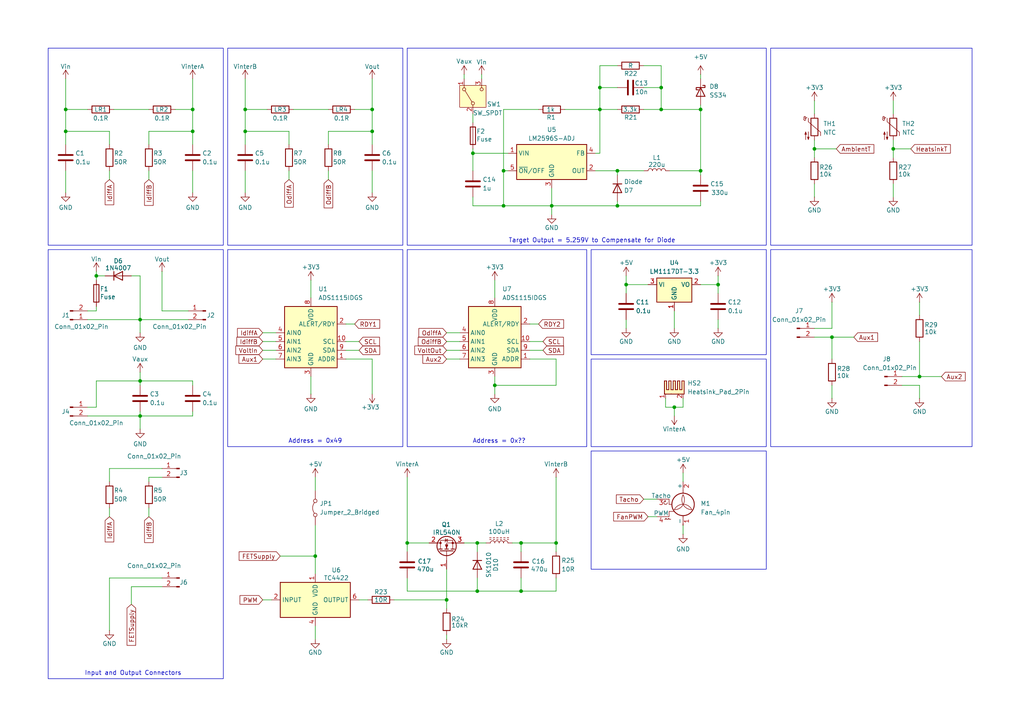
<source format=kicad_sch>
(kicad_sch (version 20250114) (generator "eeschema") (generator_version "9.0")
  (paper "A4")
  (title_block (comment 1 "Capacitor Ratings Need to be >50V for HVDC"))
  (rectangle (start 118.11 72.39) (end 170.18 129.54))
  (rectangle (start 171.45 130.81) (end 222.25 165.1))
  (rectangle (start 118.11 13.97) (end 222.25 71.12))
  (rectangle (start 66.04 72.39) (end 116.84 129.54))
  (rectangle (start 171.45 104.14) (end 222.25 129.54))
  (rectangle (start 13.97 72.39) (end 64.77 196.85))
  (rectangle (start -38.1 130.81) (end -142.24 196.85))
  (rectangle (start 223.52 72.39) (end 281.94 129.54))
  (rectangle (start 13.97 13.97) (end 64.77 71.12))
  (rectangle (start 66.04 13.97) (end 116.84 71.12))
  (rectangle (start 223.52 13.97) (end 281.94 71.12))
  (rectangle (start 171.45 72.39) (end 222.25 102.87))
  (text "Address = 0x49" (at 91.44 128.016 0) (effects (font (size 1.27 1.27))))
  (text "Address = 0x??" (at 144.78 128.016 0) (effects (font (size 1.27 1.27))))
  (text "Input and Output Connectors" (at 38.608 195.326 0) (effects (font (size 1.27 1.27))))
  (text "Target Output = 5.259 V to Compensate for Diode" (at 171.704 69.85 0) (effects (font (size 1.27 1.27))))
  (junction (at 203.2 49.53))
  (junction (at 259.08 43.18))
  (junction (at 160.02 59.69))
  (junction (at 40.64 92.71))
  (junction (at 137.16 44.45))
  (junction (at 40.64 110.49))
  (junction (at 138.43 157.48))
  (junction (at 138.43 171.45))
  (junction (at 151.13 157.48))
  (junction (at 91.44 161.29))
  (junction (at 55.88 31.75))
  (junction (at 19.05 38.1))
  (junction (at 266.7 109.22))
  (junction (at 19.05 31.75))
  (junction (at 151.13 171.45))
  (junction (at 129.54 173.99))
  (junction (at 118.11 157.48))
  (junction (at 71.12 38.1))
  (junction (at 161.29 157.48))
  (junction (at 146.05 49.53))
  (junction (at 173.99 31.75))
  (junction (at 179.07 59.69))
  (junction (at 236.22 43.18))
  (junction (at 203.2 31.75))
  (junction (at 27.94 80.01))
  (junction (at 241.3 97.79))
  (junction (at 179.07 49.53))
  (junction (at 208.28 82.55))
  (junction (at 143.51 111.76))
  (junction (at 40.64 120.65))
  (junction (at 195.58 118.11))
  (junction (at 107.95 31.75))
  (junction (at 55.88 38.1))
  (junction (at 173.99 25.4))
  (junction (at 191.77 25.4))
  (junction (at 181.61 82.55))
  (junction (at 191.77 31.75))
  (junction (at 146.05 59.69))
  (junction (at 71.12 31.75))
  (junction (at 107.95 38.1))
  (wire (pts (xy 137.16 33.02) (xy 137.16 35.56)))
  (wire (pts (xy 40.64 120.65) (xy 55.88 120.65)))
  (wire (pts (xy 107.95 38.1) (xy 107.95 41.91)))
  (wire (pts (xy 151.13 171.45) (xy 161.29 171.45)))
  (wire (pts (xy 40.64 107.95) (xy 40.64 110.49)))
  (wire (pts (xy 153.67 93.98) (xy 156.21 93.98)))
  (wire (pts (xy 139.7 21.59) (xy 139.7 22.86)))
  (wire (pts (xy 208.28 82.55) (xy 208.28 85.09)))
  (wire (pts (xy 181.61 80.01) (xy 181.61 82.55)))
  (wire (pts (xy 76.2 104.14) (xy 80.01 104.14)))
  (wire (pts (xy 236.22 97.79) (xy 241.3 97.79)))
  (wire (pts (xy 38.1 170.18) (xy 38.1 175.26)))
  (wire (pts (xy 100.33 101.6) (xy 104.14 101.6)))
  (wire (pts (xy 31.75 167.64) (xy 31.75 182.88)))
  (wire (pts (xy 266.7 99.06) (xy 266.7 109.22)))
  (wire (pts (xy 76.2 99.06) (xy 80.01 99.06)))
  (wire (pts (xy 25.4 92.71) (xy 40.64 92.71)))
  (wire (pts (xy 19.05 49.53) (xy 19.05 55.88)))
  (wire (pts (xy 31.75 147.32) (xy 31.75 149.86)))
  (wire (pts (xy 118.11 171.45) (xy 138.43 171.45)))
  (wire (pts (xy 138.43 157.48) (xy 138.43 160.02)))
  (wire (pts (xy 138.43 171.45) (xy 151.13 171.45)))
  (wire (pts (xy 27.94 80.01) (xy 30.48 80.01)))
  (wire (pts (xy 129.54 184.15) (xy 129.54 185.42)))
  (wire (pts (xy 91.44 152.4) (xy 91.44 161.29)))
  (wire (pts (xy 191.77 19.05) (xy 191.77 25.4)))
  (wire (pts (xy 55.88 119.38) (xy 55.88 120.65)))
  (wire (pts (xy 134.62 157.48) (xy 138.43 157.48)))
  (wire (pts (xy 198.12 118.11) (xy 195.58 118.11)))
  (wire (pts (xy 193.04 118.11) (xy 195.58 118.11)))
  (wire (pts (xy 161.29 104.14) (xy 161.29 111.76)))
  (wire (pts (xy 91.44 185.42) (xy 91.44 181.61)))
  (wire (pts (xy 43.18 41.91) (xy 43.18 38.1)))
  (wire (pts (xy 173.99 25.4) (xy 173.99 31.75)))
  (wire (pts (xy 27.94 78.74) (xy 27.94 80.01)))
  (wire (pts (xy 163.83 31.75) (xy 173.99 31.75)))
  (wire (pts (xy 172.72 44.45) (xy 173.99 44.45)))
  (wire (pts (xy 236.22 43.18) (xy 242.57 43.18)))
  (wire (pts (xy 203.2 31.75) (xy 203.2 49.53)))
  (wire (pts (xy 31.75 135.89) (xy 31.75 139.7)))
  (wire (pts (xy 40.64 80.01) (xy 40.64 92.71)))
  (wire (pts (xy 181.61 82.55) (xy 181.61 85.09)))
  (wire (pts (xy 43.18 147.32) (xy 43.18 149.86)))
  (wire (pts (xy 71.12 38.1) (xy 71.12 41.91)))
  (wire (pts (xy 241.3 97.79) (xy 241.3 104.14)))
  (wire (pts (xy 55.88 49.53) (xy 55.88 55.88)))
  (wire (pts (xy 55.88 38.1) (xy 55.88 41.91)))
  (wire (pts (xy 71.12 49.53) (xy 71.12 55.88)))
  (wire (pts (xy 259.08 43.18) (xy 259.08 45.72)))
  (wire (pts (xy 138.43 157.48) (xy 140.97 157.48)))
  (wire (pts (xy 76.2 96.52) (xy 80.01 96.52)))
  (wire (pts (xy 27.94 88.9) (xy 27.94 90.17)))
  (wire (pts (xy 137.16 59.69) (xy 146.05 59.69)))
  (wire (pts (xy 203.2 21.59) (xy 203.2 22.86)))
  (wire (pts (xy 236.22 95.25) (xy 241.3 95.25)))
  (wire (pts (xy 91.44 138.43) (xy 91.44 142.24)))
  (wire (pts (xy 153.67 99.06) (xy 157.48 99.06)))
  (wire (pts (xy 179.07 49.53) (xy 172.72 49.53)))
  (wire (pts (xy 147.32 49.53) (xy 146.05 49.53)))
  (wire (pts (xy 91.44 161.29) (xy 91.44 166.37)))
  (wire (pts (xy 81.28 161.29) (xy 91.44 161.29)))
  (wire (pts (xy 55.88 31.75) (xy 55.88 38.1)))
  (wire (pts (xy 40.64 110.49) (xy 55.88 110.49)))
  (wire (pts (xy 90.17 81.28) (xy 90.17 86.36)))
  (wire (pts (xy 195.58 118.11) (xy 195.58 120.65)))
  (wire (pts (xy 241.3 97.79) (xy 247.65 97.79)))
  (wire (pts (xy 181.61 92.71) (xy 181.61 95.25)))
  (wire (pts (xy 71.12 31.75) (xy 71.12 38.1)))
  (wire (pts (xy 151.13 157.48) (xy 161.29 157.48)))
  (wire (pts (xy 241.3 87.63) (xy 241.3 95.25)))
  (wire (pts (xy 25.4 118.11) (xy 27.94 118.11)))
  (wire (pts (xy 55.88 22.86) (xy 55.88 31.75)))
  (wire (pts (xy 194.31 49.53) (xy 203.2 49.53)))
  (wire (pts (xy 19.05 31.75) (xy 19.05 38.1)))
  (wire (pts (xy 203.2 49.53) (xy 203.2 50.8)))
  (wire (pts (xy 95.25 41.91) (xy 95.25 38.1)))
  (wire (pts (xy 193.04 115.57) (xy 193.04 118.11)))
  (wire (pts (xy 50.8 31.75) (xy 55.88 31.75)))
  (wire (pts (xy 259.08 53.34) (xy 259.08 57.15)))
  (wire (pts (xy 19.05 38.1) (xy 31.75 38.1)))
  (wire (pts (xy 179.07 49.53) (xy 179.07 50.8)))
  (wire (pts (xy 173.99 31.75) (xy 179.07 31.75)))
  (wire (pts (xy 134.62 21.59) (xy 134.62 22.86)))
  (wire (pts (xy 102.87 31.75) (xy 107.95 31.75)))
  (wire (pts (xy 198.12 115.57) (xy 198.12 118.11)))
  (wire (pts (xy 187.96 149.86) (xy 190.5 149.86)))
  (wire (pts (xy 85.09 31.75) (xy 95.25 31.75)))
  (wire (pts (xy 46.99 170.18) (xy 38.1 170.18)))
  (wire (pts (xy 191.77 25.4) (xy 191.77 31.75)))
  (wire (pts (xy 259.08 29.21) (xy 259.08 33.02)))
  (wire (pts (xy 156.21 31.75) (xy 146.05 31.75)))
  (wire (pts (xy 186.69 25.4) (xy 191.77 25.4)))
  (wire (pts (xy 25.4 90.17) (xy 27.94 90.17)))
  (wire (pts (xy 77.47 31.75) (xy 71.12 31.75)))
  (wire (pts (xy 161.29 167.64) (xy 161.29 171.45)))
  (wire (pts (xy 33.02 31.75) (xy 43.18 31.75)))
  (wire (pts (xy 43.18 138.43) (xy 43.18 139.7)))
  (wire (pts (xy 203.2 30.48) (xy 203.2 31.75)))
  (wire (pts (xy 71.12 38.1) (xy 83.82 38.1)))
  (wire (pts (xy 203.2 82.55) (xy 208.28 82.55)))
  (wire (pts (xy 46.99 90.17) (xy 54.61 90.17)))
  (wire (pts (xy 40.64 96.52) (xy 40.64 92.71)))
  (wire (pts (xy 160.02 59.69) (xy 179.07 59.69)))
  (wire (pts (xy 76.2 173.99) (xy 78.74 173.99)))
  (wire (pts (xy 43.18 38.1) (xy 55.88 38.1)))
  (wire (pts (xy 83.82 49.53) (xy 83.82 52.07)))
  (wire (pts (xy 55.88 111.76) (xy 55.88 110.49)))
  (wire (pts (xy 31.75 38.1) (xy 31.75 41.91)))
  (wire (pts (xy 137.16 57.15) (xy 137.16 59.69)))
  (wire (pts (xy 146.05 49.53) (xy 146.05 59.69)))
  (wire (pts (xy 27.94 118.11) (xy 27.94 110.49)))
  (wire (pts (xy 161.29 138.43) (xy 161.29 157.48)))
  (wire (pts (xy 40.64 110.49) (xy 40.64 111.76)))
  (wire (pts (xy 40.64 120.65) (xy 40.64 124.46)))
  (wire (pts (xy 27.94 110.49) (xy 40.64 110.49)))
  (wire (pts (xy 203.2 31.75) (xy 191.77 31.75)))
  (wire (pts (xy 160.02 54.61) (xy 160.02 59.69)))
  (wire (pts (xy 236.22 40.64) (xy 236.22 43.18)))
  (wire (pts (xy 151.13 157.48) (xy 151.13 160.02)))
  (wire (pts (xy 118.11 138.43) (xy 118.11 157.48)))
  (wire (pts (xy 83.82 38.1) (xy 83.82 41.91)))
  (wire (pts (xy 90.17 109.22) (xy 90.17 114.3)))
  (wire (pts (xy 186.69 31.75) (xy 191.77 31.75)))
  (wire (pts (xy 46.99 78.74) (xy 46.99 90.17)))
  (wire (pts (xy 43.18 49.53) (xy 43.18 52.07)))
  (wire (pts (xy 114.3 173.99) (xy 129.54 173.99)))
  (wire (pts (xy 236.22 53.34) (xy 236.22 57.15)))
  (wire (pts (xy 107.95 49.53) (xy 107.95 55.88)))
  (wire (pts (xy 259.08 40.64) (xy 259.08 43.18)))
  (wire (pts (xy 137.16 44.45) (xy 137.16 49.53)))
  (wire (pts (xy 129.54 101.6) (xy 133.35 101.6)))
  (wire (pts (xy 76.2 101.6) (xy 80.01 101.6)))
  (wire (pts (xy 107.95 31.75) (xy 107.95 38.1)))
  (wire (pts (xy 25.4 31.75) (xy 19.05 31.75)))
  (wire (pts (xy 147.32 44.45) (xy 137.16 44.45)))
  (wire (pts (xy 40.64 119.38) (xy 40.64 120.65)))
  (wire (pts (xy 261.62 111.76) (xy 266.7 111.76)))
  (wire (pts (xy 100.33 93.98) (xy 102.87 93.98)))
  (wire (pts (xy 173.99 25.4) (xy 179.07 25.4)))
  (wire (pts (xy 261.62 109.22) (xy 266.7 109.22)))
  (wire (pts (xy 71.12 22.86) (xy 71.12 31.75)))
  (wire (pts (xy 161.29 157.48) (xy 161.29 160.02)))
  (wire (pts (xy 146.05 31.75) (xy 146.05 49.53)))
  (wire (pts (xy 161.29 104.14) (xy 153.67 104.14)))
  (wire (pts (xy 31.75 49.53) (xy 31.75 52.07)))
  (wire (pts (xy 146.05 59.69) (xy 160.02 59.69)))
  (wire (pts (xy 46.99 138.43) (xy 43.18 138.43)))
  (wire (pts (xy 100.33 99.06) (xy 104.14 99.06)))
  (wire (pts (xy 179.07 59.69) (xy 203.2 59.69)))
  (wire (pts (xy 95.25 49.53) (xy 95.25 52.07)))
  (wire (pts (xy 266.7 111.76) (xy 266.7 115.57)))
  (wire (pts (xy 107.95 114.3) (xy 107.95 104.14)))
  (wire (pts (xy 208.28 80.01) (xy 208.28 82.55)))
  (wire (pts (xy 179.07 19.05) (xy 173.99 19.05)))
  (wire (pts (xy 107.95 104.14) (xy 100.33 104.14)))
  (wire (pts (xy 236.22 43.18) (xy 236.22 45.72)))
  (wire (pts (xy 107.95 22.86) (xy 107.95 31.75)))
  (wire (pts (xy 129.54 173.99) (xy 129.54 165.1)))
  (wire (pts (xy 203.2 58.42) (xy 203.2 59.69)))
  (wire (pts (xy 129.54 99.06) (xy 133.35 99.06)))
  (wire (pts (xy 259.08 43.18) (xy 264.16 43.18)))
  (wire (pts (xy 27.94 80.01) (xy 27.94 81.28)))
  (wire (pts (xy 266.7 87.63) (xy 266.7 91.44)))
  (wire (pts (xy 19.05 22.86) (xy 19.05 31.75)))
  (wire (pts (xy 19.05 38.1) (xy 19.05 41.91)))
  (wire (pts (xy 241.3 111.76) (xy 241.3 115.57)))
  (wire (pts (xy 143.51 111.76) (xy 143.51 114.3)))
  (wire (pts (xy 40.64 92.71) (xy 54.61 92.71)))
  (wire (pts (xy 138.43 167.64) (xy 138.43 171.45)))
  (wire (pts (xy 38.1 80.01) (xy 40.64 80.01)))
  (wire (pts (xy 198.12 152.4) (xy 198.12 154.94)))
  (wire (pts (xy 181.61 82.55) (xy 187.96 82.55)))
  (wire (pts (xy 186.69 49.53) (xy 179.07 49.53)))
  (wire (pts (xy 195.58 90.17) (xy 195.58 95.25)))
  (wire (pts (xy 153.67 101.6) (xy 157.48 101.6)))
  (wire (pts (xy 104.14 173.99) (xy 106.68 173.99)))
  (wire (pts (xy 208.28 92.71) (xy 208.28 95.25)))
  (wire (pts (xy 143.51 81.28) (xy 143.51 86.36)))
  (wire (pts (xy 129.54 173.99) (xy 129.54 176.53)))
  (wire (pts (xy 173.99 19.05) (xy 173.99 25.4)))
  (wire (pts (xy 137.16 43.18) (xy 137.16 44.45)))
  (wire (pts (xy 143.51 109.22) (xy 143.51 111.76)))
  (wire (pts (xy 151.13 167.64) (xy 151.13 171.45)))
  (wire (pts (xy 118.11 157.48) (xy 124.46 157.48)))
  (wire (pts (xy 118.11 167.64) (xy 118.11 171.45)))
  (wire (pts (xy 148.59 157.48) (xy 151.13 157.48)))
  (wire (pts (xy 173.99 44.45) (xy 173.99 31.75)))
  (wire (pts (xy 129.54 104.14) (xy 133.35 104.14)))
  (wire (pts (xy 198.12 139.7) (xy 198.12 137.16)))
  (wire (pts (xy 46.99 135.89) (xy 31.75 135.89)))
  (wire (pts (xy 25.4 120.65) (xy 40.64 120.65)))
  (wire (pts (xy 160.02 59.69) (xy 160.02 62.23)))
  (wire (pts (xy 95.25 38.1) (xy 107.95 38.1)))
  (wire (pts (xy 118.11 157.48) (xy 118.11 160.02)))
  (wire (pts (xy 186.69 19.05) (xy 191.77 19.05)))
  (wire (pts (xy 186.69 144.78) (xy 190.5 144.78)))
  (wire (pts (xy 179.07 58.42) (xy 179.07 59.69)))
  (wire (pts (xy 161.29 111.76) (xy 143.51 111.76)))
  (wire (pts (xy 266.7 109.22) (xy 273.05 109.22)))
  (wire (pts (xy 236.22 29.21) (xy 236.22 33.02)))
  (wire (pts (xy 46.99 167.64) (xy 31.75 167.64)))
  (wire (pts (xy 129.54 96.52) (xy 133.35 96.52)))
  (global_label "Aux2" (shape input) (at 273.05 109.22 0) (property "Intersheetrefs" "${INTERSHEET_REFS}" (effects (hide yes))))
  (global_label "IdiffB" (shape input) (at 43.18 52.07 270) (property "Intersheetrefs" "${INTERSHEET_REFS}" (effects (hide yes))))
  (global_label "AmbientT" (shape input) (at 242.57 43.18 0) (property "Intersheetrefs" "${INTERSHEET_REFS}" (effects (hide yes))))
  (global_label "RDY2" (shape input) (at 156.21 93.98 0) (property "Intersheetrefs" "${INTERSHEET_REFS}" (effects (hide yes))))
  (global_label "IdiffB" (shape input) (at 43.18 149.86 270) (property "Intersheetrefs" "${INTERSHEET_REFS}" (effects (hide yes))))
  (global_label "OdiffB" (shape input) (at 95.25 52.07 270) (property "Intersheetrefs" "${INTERSHEET_REFS}" (effects (hide yes))))
  (global_label "Aux1" (shape input) (at 76.2 104.14 180) (property "Intersheetrefs" "${INTERSHEET_REFS}" (effects (hide yes))))
  (global_label "FETSupply" (shape input) (at 38.1 175.26 270) (property "Intersheetrefs" "${INTERSHEET_REFS}" (effects (hide yes))))
  (global_label "SDA" (shape input) (at 104.14 101.6 0) (property "Intersheetrefs" "${INTERSHEET_REFS}" (effects (hide yes))))
  (global_label "SCL" (shape input) (at 157.48 99.06 0) (property "Intersheetrefs" "${INTERSHEET_REFS}" (effects (hide yes))))
  (global_label "Tacho" (shape input) (at 186.69 144.78 180) (property "Intersheetrefs" "${INTERSHEET_REFS}" (effects (hide yes))))
  (global_label "Aux2" (shape input) (at 129.54 104.14 180) (property "Intersheetrefs" "${INTERSHEET_REFS}" (effects (hide yes))))
  (global_label "Aux1" (shape input) (at 247.65 97.79 0) (property "Intersheetrefs" "${INTERSHEET_REFS}" (effects (hide yes))))
  (global_label "VoltOut" (shape input) (at 129.54 101.6 180) (property "Intersheetrefs" "${INTERSHEET_REFS}" (effects (hide yes))))
  (global_label "IdiffA" (shape input) (at 31.75 149.86 270) (property "Intersheetrefs" "${INTERSHEET_REFS}" (effects (hide yes))))
  (global_label "FETSupply" (shape input) (at 81.28 161.29 180) (property "Intersheetrefs" "${INTERSHEET_REFS}" (effects (hide yes))))
  (global_label "IdiffB" (shape input) (at 76.2 99.06 180) (property "Intersheetrefs" "${INTERSHEET_REFS}" (effects (hide yes))))
  (global_label "SDA" (shape input) (at 157.48 101.6 0) (property "Intersheetrefs" "${INTERSHEET_REFS}" (effects (hide yes))))
  (global_label "IdiffA" (shape input) (at 76.2 96.52 180) (property "Intersheetrefs" "${INTERSHEET_REFS}" (effects (hide yes))))
  (global_label "HeatsinkT" (shape input) (at 264.16 43.18 0) (property "Intersheetrefs" "${INTERSHEET_REFS}" (effects (hide yes))))
  (global_label "RDY1" (shape input) (at 102.87 93.98 0) (property "Intersheetrefs" "${INTERSHEET_REFS}" (effects (hide yes))))
  (global_label "OdiffA" (shape input) (at 83.82 52.07 270) (property "Intersheetrefs" "${INTERSHEET_REFS}" (effects (hide yes))))
  (global_label "IdiffA" (shape input) (at 31.75 52.07 270) (property "Intersheetrefs" "${INTERSHEET_REFS}" (effects (hide yes))))
  (global_label "OdiffA" (shape input) (at 129.54 96.52 180) (property "Intersheetrefs" "${INTERSHEET_REFS}" (effects (hide yes))))
  (global_label "PWM" (shape input) (at 76.2 173.99 180) (property "Intersheetrefs" "${INTERSHEET_REFS}" (effects (hide yes))))
  (global_label "SCL" (shape input) (at 104.14 99.06 0) (property "Intersheetrefs" "${INTERSHEET_REFS}" (effects (hide yes))))
  (global_label "OdiffB" (shape input) (at 129.54 99.06 180) (property "Intersheetrefs" "${INTERSHEET_REFS}" (effects (hide yes))))
  (global_label "VoltIn" (shape input) (at 76.2 101.6 180) (property "Intersheetrefs" "${INTERSHEET_REFS}" (effects (hide yes))))
  (global_label "FanPWM" (shape input) (at 187.96 149.86 180) (property "Intersheetrefs" "${INTERSHEET_REFS}" (effects (hide yes))))
  (symbol (lib_id "power:+3V3") (at 241.3 87.63 0) (unit 1)
    (property "Reference" "#PWR066" (effects (hide yes)))
    (property "Value" "+3V3" (at 241.3 83.82 0))
  )
  (symbol (lib_id "power:+3V3") (at 236.22 29.21 0) (unit 1)
    (property "Reference" "#PWR062" (effects (hide yes)))
    (property "Value" "+3V3" (at 236.22 25.4 0))
  )
  (symbol (lib_id "power:VAA") (at 19.05 22.86 0) (unit 1)
    (property "Reference" "#PWR01" (effects (hide yes)))
    (property "Value" "Vin" (at 19.05 19.304 0))
    (property "Description" "Power symbol creates a global label with name \"VAA\"" (effects (hide yes)))
  )
  (symbol (lib_id "power:GND") (at 71.12 55.88 0) (unit 1)
    (property "Reference" "#PWR013" (effects (hide yes)))
    (property "Value" "GND" (at 71.12 60.198 0))
    (property "Description" "Power symbol creates a global label with name \"GND\" , ground" (effects (hide yes)))
  )
  (symbol (lib_id "power:VBUS") (at 134.62 21.59 0) (unit 1)
    (property "Reference" "#PWR036" (effects (hide yes)))
    (property "Value" "Vaux" (at 134.62 17.78 0))
    (property "Description" "Power symbol creates a global label with name \"VBUS\"" (effects (hide yes)))
  )
  (symbol (lib_id "Device:L_Ferrite") (at 144.78 157.48 90) (unit 1)
    (property "Reference" "L2" (at 144.78 151.892 90))
    (property "Value" "100uH" (at 144.78 154.178 90))
    (property "Footprint" "Inductor_THT:L_Toroid_Vertical_L25.4mm_W14.7mm_P12.20mm_Vishay_TJ5_BigPads" (effects (hide yes)))
    (property "Description" "Inductor with ferrite core" (effects (hide yes)))
  )
  (symbol (lib_id "Device:R") (at 182.88 31.75 90) (unit 1)
    (property "Reference" "R21" (at 184.912 34.036 90) (effects (justify left)))
    (property "Value" "3.3k" (at 184.912 31.75 90) (effects (justify left)))
    (property "Footprint" "LED_SMD:LED_0805_2012Metric_Pad1.15x1.40mm_HandSolder" (effects (hide yes)))
    (property "Description" "Resistor" (effects (hide yes)))
  )
  (symbol (lib_id "Device:R") (at 31.75 45.72 0) (unit 1)
    (property "Reference" "R2" (at 33.02 44.45 0) (effects (justify left)))
    (property "Value" "50R" (at 33.02 46.99 0) (effects (justify left)))
    (property "Footprint" "Resistor_SMD:R_0603_1608Metric_Pad0.98x0.95mm_HandSolder" (effects (hide yes)))
    (property "Description" "Resistor" (effects (hide yes)))
  )
  (symbol (lib_id "Analog_ADC:ADS1115IDGS") (at 143.51 99.06 0) (unit 1)
    (property "Reference" "U7" (at 145.6533 83.82 0) (effects (justify left)))
    (property "Value" "ADS1115IDGS" (at 145.6533 86.36 0) (effects (justify left)))
    (property "Footprint" "Package_SO:TSSOP-10_3x3mm_P0.5mm" (effects (hide yes)))
    (property "Datasheet" "http://www.ti.com/lit/ds/symlink/ads1113.pdf" (effects (hide yes)))
    (property "Description" "Ultra-Small, Low-Power, I2C-Compatible, 860-SPS, 16-Bit ADCs With Internal Reference, Oscillator, and Programmable Comparator, VSSOP-10" (effects (hide yes)))
  )
  (symbol (lib_id "power:GND") (at 19.05 55.88 0) (unit 1)
    (property "Reference" "#PWR05" (effects (hide yes)))
    (property "Value" "GND" (at 19.05 60.198 0))
    (property "Description" "Power symbol creates a global label with name \"GND\" , ground" (effects (hide yes)))
  )
  (symbol (lib_id "Device:R") (at 81.28 31.75 90) (unit 1)
    (property "Reference" "LR3" (at 81.28 31.75 90))
    (property "Value" "0.1R" (at 81.28 34.29 90))
    (property "Footprint" "Resistor_SMD:R_4020_10251Metric" (effects (hide yes)))
    (property "Description" "Resistor" (effects (hide yes)))
  )
  (symbol (lib_name "+5V_1") (lib_id "power:+5V") (at 91.44 138.43 0) (unit 1)
    (property "Reference" "#PWR051" (effects (hide yes)))
    (property "Value" "+5V" (at 91.44 134.62 0))
    (property "Description" "Power symbol creates a global label with name \"+5V\"" (effects (hide yes)))
  )
  (symbol (lib_id "power:GND") (at 198.12 154.94 0) (unit 1)
    (property "Reference" "#PWR061" (effects (hide yes)))
    (property "Value" "GND" (at 198.12 159.258 0))
    (property "Description" "Power symbol creates a global label with name \"GND\" , ground" (effects (hide yes)))
  )
  (symbol (lib_id "Diode:SS34") (at 203.2 26.67 270) (unit 1)
    (property "Reference" "D8" (at 205.74 25.0824 90) (effects (justify left)))
    (property "Value" "SS34" (at 205.74 27.6224 90) (effects (justify left)))
    (property "Footprint" "Diode_SMD:D_SMA" (effects (hide yes)))
    (property "Datasheet" "https://www.vishay.com/docs/88751/ss32.pdf" (effects (hide yes)))
    (property "Description" "40V 3A Schottky Diode, SMA" (effects (hide yes)))
  )
  (symbol (lib_id "power:GND") (at 195.58 95.25 0) (unit 1)
    (property "Reference" "#PWR045" (effects (hide yes)))
    (property "Value" "GND" (at 195.58 99.06 0))
  )
  (symbol (lib_id "Device:C") (at 203.2 54.61 0) (unit 1)
    (property "Reference" "C15" (at 205.994 53.34 0) (effects (justify left)))
    (property "Value" "330u" (at 206.248 55.88 0) (effects (justify left)))
    (property "Footprint" "Capacitor_SMD:CP_Elec_10x10.5" (effects (hide yes)))
    (property "Description" "Unpolarized capacitor" (effects (hide yes)))
  )
  (symbol (lib_id "power:+3V3") (at 143.51 81.28 0) (unit 1)
    (property "Reference" "#PWR056" (effects (hide yes)))
    (property "Value" "+3V3" (at 143.51 77.47 0))
    (property "Description" "Power symbol creates a global label with name \"+3V3\"" (effects (hide yes)))
  )
  (symbol (lib_id "Motor:Fan_4pin") (at 198.12 147.32 0) (unit 1)
    (property "Reference" "M1" (at 203.2 146.0499 0) (effects (justify left)))
    (property "Value" "Fan_4pin" (at 203.2 148.5899 0) (effects (justify left)))
    (property "Footprint" "Connector:FanPinHeader_1x04_P2.54mm_Vertical" (effects (hide yes)))
    (property "Datasheet" "http://www.formfactors.org/developer%5Cspecs%5Crev1_2_public.pdf" (effects (hide yes)))
    (property "Description" "Fan, tacho output, PWM input, 4-pin connector" (effects (hide yes)))
  )
  (symbol (lib_id "Device:C") (at 19.05 45.72 0) (unit 1)
    (property "Reference" "C1" (at 21.844 44.45 0) (effects (justify left)))
    (property "Value" "0.1u" (at 21.844 46.99 0) (effects (justify left)))
    (property "Footprint" "Capacitor_SMD:C_0603_1608Metric_Pad1.08x0.95mm_HandSolder" (effects (hide yes)))
    (property "Description" "Unpolarized capacitor" (effects (hide yes)))
  )
  (symbol (lib_id "power:VAA") (at 71.12 22.86 0) (unit 1)
    (property "Reference" "#PWR012" (effects (hide yes)))
    (property "Value" "VinterB" (at 71.12 19.304 0))
    (property "Description" "Power symbol creates a global label with name \"VAA\"" (effects (hide yes)))
  )
  (symbol (lib_id "Device:R") (at 236.22 49.53 0) (mirror y) (unit 1)
    (property "Reference" "R26" (at 241.554 48.514 0) (effects (justify left)))
    (property "Value" "10k" (at 241.3 50.546 0) (effects (justify left)))
    (property "Footprint" "LED_SMD:LED_0805_2012Metric_Pad1.15x1.40mm_HandSolder" (effects (hide yes)))
    (property "Description" "Resistor" (effects (hide yes)))
  )
  (symbol (lib_id "power:GND") (at 236.22 57.15 0) (unit 1)
    (property "Reference" "#PWR063" (effects (hide yes)))
    (property "Value" "GND" (at 236.22 60.96 0))
  )
  (symbol (lib_id "power:+5V") (at 198.12 137.16 0) (unit 1)
    (property "Reference" "#PWR060" (effects (hide yes)))
    (property "Value" "+5V" (at 198.12 133.35 0))
  )
  (symbol (lib_id "power:+3V3") (at 259.08 29.21 0) (unit 1)
    (property "Reference" "#PWR064" (effects (hide yes)))
    (property "Value" "+3V3" (at 259.08 25.4 0))
  )
  (symbol (lib_id "power:GND") (at 143.51 114.3 0) (unit 1)
    (property "Reference" "#PWR057" (effects (hide yes)))
    (property "Value" "GND" (at 143.51 118.618 0))
    (property "Description" "Power symbol creates a global label with name \"GND\" , ground" (effects (hide yes)))
  )
  (symbol (lib_id "Device:Thermistor_NTC") (at 259.08 36.83 0) (unit 1)
    (property "Reference" "TH2" (at 261.62 35.8774 0) (effects (justify left)))
    (property "Value" "NTC" (at 261.62 38.4174 0) (effects (justify left)))
    (property "Footprint" "Resistor_THT:R_Axial_DIN0204_L3.6mm_D1.6mm_P1.90mm_Vertical" (effects (hide yes)))
    (property "Description" "Temperature dependent resistor, negative temperature coefficient" (effects (hide yes)))
  )
  (symbol (lib_id "Device:R") (at 46.99 31.75 90) (unit 1)
    (property "Reference" "LR2" (at 46.99 31.75 90))
    (property "Value" "0.1R" (at 46.99 34.29 90))
    (property "Footprint" "Resistor_SMD:R_4020_10251Metric" (effects (hide yes)))
    (property "Description" "Resistor" (effects (hide yes)))
  )
  (symbol (lib_id "power:GND") (at 266.7 115.57 0) (unit 1)
    (property "Reference" "#PWR069" (effects (hide yes)))
    (property "Value" "GND" (at 266.7 119.38 0))
  )
  (symbol (lib_id "Regulator_Linear:LM1117DT-3.3") (at 195.58 82.55 0) (unit 1)
    (property "Reference" "U4" (at 195.58 76.2 0))
    (property "Value" "LM1117DT-3.3" (at 195.58 78.74 0))
    (property "Footprint" "Package_TO_SOT_SMD:TO-252-3_TabPin2" (effects (hide yes)))
    (property "Datasheet" "http://www.ti.com/lit/ds/symlink/lm1117.pdf" (effects (hide yes)))
    (property "Description" "800mA Low-Dropout Linear Regulator, 3.3V fixed output, TO-252" (effects (hide yes)))
  )
  (symbol (lib_id "Device:C") (at 107.95 45.72 0) (unit 1)
    (property "Reference" "C6" (at 110.744 44.45 0) (effects (justify left)))
    (property "Value" "0.1u" (at 110.744 46.99 0) (effects (justify left)))
    (property "Footprint" "Capacitor_SMD:C_0603_1608Metric_Pad1.08x0.95mm_HandSolder" (effects (hide yes)))
    (property "Description" "Unpolarized capacitor" (effects (hide yes)))
  )
  (symbol (lib_id "Device:R") (at 129.54 180.34 180) (unit 1)
    (property "Reference" "R24" (at 132.842 179.578 0))
    (property "Value" "10kR" (at 133.35 181.356 0))
    (property "Footprint" "Resistor_SMD:R_0603_1608Metric_Pad0.98x0.95mm_HandSolder" (effects (hide yes)))
    (property "Description" "Resistor" (effects (hide yes)))
  )
  (symbol (lib_id "power:+3V3") (at 107.95 114.3 180) (unit 1)
    (property "Reference" "#PWR018" (effects (hide yes)))
    (property "Value" "+3V3" (at 107.442 118.11 0))
    (property "Description" "Power symbol creates a global label with name \"+3V3\"" (effects (hide yes)))
  )
  (symbol (lib_id "Driver_FET:TC4422") (at 91.44 173.99 0) (unit 1)
    (property "Reference" "U6" (at 97.536 165.354 0))
    (property "Value" "TC4422" (at 97.536 167.64 0))
    (property "Footprint" "Package_DIP:DIP-8_W7.62mm" (effects (hide yes)))
    (property "Datasheet" "http://ww1.microchip.com/downloads/en/DeviceDoc/20001420F.pdf" (effects (hide yes)))
    (property "Description" "9A High-Speed non-inverting MOSFET Driver" (effects (hide yes)))
  )
  (symbol (lib_id "power:GND") (at 40.64 96.52 0) (unit 1)
    (property "Reference" "#PWR07" (effects (hide yes)))
    (property "Value" "GND" (at 40.64 100.838 0))
    (property "Description" "Power symbol creates a global label with name \"GND\" , ground" (effects (hide yes)))
  )
  (symbol (lib_id "Mechanical:Heatsink_Pad_2Pin") (at 195.58 113.03 0) (unit 1)
    (property "Reference" "HS2" (at 199.39 111.1249 0) (effects (justify left)))
    (property "Value" "Heatsink_Pad_2Pin" (at 199.39 113.6649 0) (effects (justify left)))
    (property "Footprint" "Heatsink:Heatsink_Stonecold_HS-132_32x14mm_2xFixation1.5mm" (effects (hide yes)))
    (property "Description" "Heatsink with electrical connection, 2 pin" (effects (hide yes)))
  )
  (symbol (lib_id "Switch:SW_SPDT") (at 137.16 27.94 90) (unit 1)
    (property "Reference" "SW1" (at 141.224 30.226 90) (effects (justify right)))
    (property "Value" "SW_SPDT" (at 137.16 32.766 90) (effects (justify right)))
    (property "Footprint" "Connector_PinHeader_2.54mm:PinHeader_1x03_P2.54mm_Vertical" (effects (hide yes)))
    (property "Description" "Switch, single pole double throw" (effects (hide yes)))
  )
  (symbol (lib_id "power:VAA") (at 107.95 22.86 0) (unit 1)
    (property "Reference" "#PWR014" (effects (hide yes)))
    (property "Value" "Vout" (at 107.95 19.304 0))
    (property "Description" "Power symbol creates a global label with name \"VAA\"" (effects (hide yes)))
  )
  (symbol (lib_id "Connector:Conn_01x02_Pin") (at 20.32 92.71 0) (mirror x) (unit 1)
    (property "Reference" "J1" (at 19.05 91.44 0))
    (property "Value" "Conn_01x02_Pin" (at 23.622 94.742 0))
    (property "Footprint" "TerminalBlock:TerminalBlock_Altech_AK300-2_P5.00mm" (effects (hide yes)))
    (property "Description" "Generic connector, single row, 01x02, script generated" (effects (hide yes)))
  )
  (symbol (lib_id "Device:C") (at 208.28 88.9 0) (unit 1)
    (property "Reference" "C12" (at 211.074 87.63 0) (effects (justify left)))
    (property "Value" "0.1u" (at 211.074 90.17 0) (effects (justify left)))
    (property "Footprint" "Capacitor_SMD:C_0603_1608Metric_Pad1.08x0.95mm_HandSolder" (effects (hide yes)))
    (property "Description" "Unpolarized capacitor" (effects (hide yes)))
  )
  (symbol (lib_id "Regulator_Switching:LM2596S-ADJ") (at 160.02 46.99 0) (unit 1)
    (property "Reference" "U5" (at 160.02 37.592 0))
    (property "Value" "LM2596S-ADJ" (at 160.02 40.132 0))
    (property "Footprint" "Package_TO_SOT_SMD:TO-263-5_TabPin3" (effects (hide yes)))
    (property "Datasheet" "http://www.ti.com/lit/ds/symlink/lm2596.pdf" (effects (hide yes)))
    (property "Description" "Adjustable 3A Step-Down Voltage Regulator, TO-263" (effects (hide yes)))
  )
  (symbol (lib_id "power:GND") (at 40.64 124.46 0) (unit 1)
    (property "Reference" "#PWR011" (effects (hide yes)))
    (property "Value" "GND" (at 40.64 128.778 0))
    (property "Description" "Power symbol creates a global label with name \"GND\" , ground" (effects (hide yes)))
  )
  (symbol (lib_id "Device:L") (at 190.5 49.53 90) (unit 1)
    (property "Reference" "L1" (at 190.5 45.72 90))
    (property "Value" "220u" (at 190.5 47.752 90))
    (property "Footprint" "Inductor_SMD:L_10.4x10.4_H4.8" (effects (hide yes)))
    (property "Description" "Inductor" (effects (hide yes)))
  )
  (symbol (lib_id "Connector:Conn_01x02_Pin") (at 231.14 95.25 0) (unit 1)
    (property "Reference" "J7" (at 231.775 90.17 0))
    (property "Value" "Conn_01x02_Pin" (at 231.775 92.71 0))
    (property "Footprint" "Connector_PinHeader_2.54mm:PinHeader_1x02_P2.54mm_Vertical" (effects (hide yes)))
    (property "Description" "Generic connector, single row, 01x02, script generated" (effects (hide yes)))
  )
  (symbol (lib_id "Device:C") (at 55.88 45.72 0) (unit 1)
    (property "Reference" "C2" (at 58.674 44.45 0) (effects (justify left)))
    (property "Value" "0.1u" (at 58.674 46.99 0) (effects (justify left)))
    (property "Footprint" "Capacitor_SMD:C_0603_1608Metric_Pad1.08x0.95mm_HandSolder" (effects (hide yes)))
    (property "Description" "Unpolarized capacitor" (effects (hide yes)))
  )
  (symbol (lib_id "Device:R") (at 241.3 107.95 0) (mirror y) (unit 1)
    (property "Reference" "R28" (at 246.634 106.934 0) (effects (justify left)))
    (property "Value" "10k" (at 246.38 108.966 0) (effects (justify left)))
    (property "Footprint" "LED_SMD:LED_0805_2012Metric_Pad1.15x1.40mm_HandSolder" (effects (hide yes)))
    (property "Description" "Resistor" (effects (hide yes)))
  )
  (symbol (lib_id "Device:C") (at 55.88 115.57 0) (unit 1)
    (property "Reference" "C4" (at 58.674 114.3 0) (effects (justify left)))
    (property "Value" "0.1u" (at 58.674 116.84 0) (effects (justify left)))
    (property "Footprint" "Capacitor_SMD:C_0603_1608Metric_Pad1.08x0.95mm_HandSolder" (effects (hide yes)))
    (property "Description" "Unpolarized capacitor" (effects (hide yes)))
  )
  (symbol (lib_id "power:GND") (at 107.95 55.88 0) (unit 1)
    (property "Reference" "#PWR015" (effects (hide yes)))
    (property "Value" "GND" (at 107.95 60.198 0))
    (property "Description" "Power symbol creates a global label with name \"GND\" , ground" (effects (hide yes)))
  )
  (symbol (lib_id "power:GND") (at 241.3 115.57 0) (unit 1)
    (property "Reference" "#PWR067" (effects (hide yes)))
    (property "Value" "GND" (at 241.3 119.38 0))
  )
  (symbol (lib_id "Device:C") (at 151.13 163.83 0) (unit 1)
    (property "Reference" "C16" (at 154.178 162.814 0) (effects (justify left)))
    (property "Value" "470u" (at 153.924 165.1 0) (effects (justify left)))
    (property "Footprint" "Capacitor_THT:C_Radial_D16.0mm_H25.0mm_P7.50mm" (effects (hide yes)))
    (property "Description" "Unpolarized capacitor" (effects (hide yes)))
  )
  (symbol (lib_id "Device:R") (at 182.88 19.05 90) (unit 1)
    (property "Reference" "R22" (at 184.912 21.336 90) (effects (justify left)))
    (property "Value" "R" (at 183.642 19.05 90) (effects (justify left)))
    (property "Footprint" "LED_SMD:LED_0805_2012Metric_Pad1.15x1.40mm_HandSolder" (effects (hide yes)))
    (property "Description" "Resistor" (effects (hide yes)))
  )
  (symbol (lib_id "Connector:Conn_01x02_Pin") (at 256.54 109.22 0) (unit 1)
    (property "Reference" "J8" (at 257.175 104.14 0))
    (property "Value" "Conn_01x02_Pin" (at 258.064 106.68 0))
    (property "Footprint" "Connector_PinHeader_2.54mm:PinHeader_1x02_P2.54mm_Vertical" (effects (hide yes)))
    (property "Description" "Generic connector, single row, 01x02, script generated" (effects (hide yes)))
  )
  (symbol (lib_id "power:GND") (at 91.44 185.42 0) (unit 1)
    (property "Reference" "#PWR055" (effects (hide yes)))
    (property "Value" "GND" (at 91.44 189.23 0))
    (property "Description" "Power symbol creates a global label with name \"GND\" , ground" (effects (hide yes)))
  )
  (symbol (lib_id "Device:R") (at 259.08 49.53 0) (mirror y) (unit 1)
    (property "Reference" "R27" (at 264.414 48.514 0) (effects (justify left)))
    (property "Value" "10k" (at 264.16 50.546 0) (effects (justify left)))
    (property "Footprint" "LED_SMD:LED_0805_2012Metric_Pad1.15x1.40mm_HandSolder" (effects (hide yes)))
    (property "Description" "Resistor" (effects (hide yes)))
  )
  (symbol (lib_id "power:GND") (at 208.28 95.25 0) (unit 1)
    (property "Reference" "#PWR046" (effects (hide yes)))
    (property "Value" "GND" (at 208.28 99.06 0))
  )
  (symbol (lib_id "power:GND") (at 90.17 114.3 0) (unit 1)
    (property "Reference" "#PWR017" (effects (hide yes)))
    (property "Value" "GND" (at 90.17 118.618 0))
    (property "Description" "Power symbol creates a global label with name \"GND\" , ground" (effects (hide yes)))
  )
  (symbol (lib_id "Device:R") (at 83.82 45.72 0) (unit 1)
    (property "Reference" "R7" (at 85.09 44.45 0) (effects (justify left)))
    (property "Value" "50R" (at 85.09 46.99 0) (effects (justify left)))
    (property "Footprint" "Resistor_SMD:R_0603_1608Metric_Pad0.98x0.95mm_HandSolder" (effects (hide yes)))
    (property "Description" "Resistor" (effects (hide yes)))
  )
  (symbol (lib_id "Device:R") (at 95.25 45.72 0) (unit 1)
    (property "Reference" "R8" (at 96.52 44.45 0) (effects (justify left)))
    (property "Value" "50R" (at 96.52 46.99 0) (effects (justify left)))
    (property "Footprint" "Resistor_SMD:R_0603_1608Metric_Pad0.98x0.95mm_HandSolder" (effects (hide yes)))
    (property "Description" "Resistor" (effects (hide yes)))
  )
  (symbol (lib_id "Device:R") (at 43.18 45.72 0) (unit 1)
    (property "Reference" "R3" (at 44.45 44.45 0) (effects (justify left)))
    (property "Value" "50R" (at 44.45 46.99 0) (effects (justify left)))
    (property "Footprint" "Resistor_SMD:R_0603_1608Metric_Pad0.98x0.95mm_HandSolder" (effects (hide yes)))
    (property "Description" "Resistor" (effects (hide yes)))
  )
  (symbol (lib_id "Analog_ADC:ADS1115IDGS") (at 90.17 99.06 0) (unit 1)
    (property "Reference" "U1" (at 92.3133 83.82 0) (effects (justify left)))
    (property "Value" "ADS1115IDGS" (at 92.3133 86.36 0) (effects (justify left)))
    (property "Footprint" "Package_SO:TSSOP-10_3x3mm_P0.5mm" (effects (hide yes)))
    (property "Datasheet" "http://www.ti.com/lit/ds/symlink/ads1113.pdf" (effects (hide yes)))
    (property "Description" "Ultra-Small, Low-Power, I2C-Compatible, 860-SPS, 16-Bit ADCs With Internal Reference, Oscillator, and Programmable Comparator, VSSOP-10" (effects (hide yes)))
  )
  (symbol (lib_id "power:GND") (at 31.75 182.88 0) (unit 1)
    (property "Reference" "#PWR058" (effects (hide yes)))
    (property "Value" "GND" (at 31.75 186.69 0))
    (property "Description" "Power symbol creates a global label with name \"GND\" , ground" (effects (hide yes)))
  )
  (symbol (lib_id "Device:R") (at 43.18 143.51 0) (unit 1)
    (property "Reference" "R5" (at 44.45 142.24 0) (effects (justify left)))
    (property "Value" "50R" (at 44.45 144.78 0) (effects (justify left)))
    (property "Footprint" "Resistor_SMD:R_0603_1608Metric_Pad0.98x0.95mm_HandSolder" (effects (hide yes)))
    (property "Description" "Resistor" (effects (hide yes)))
  )
  (symbol (lib_id "Device:C") (at 181.61 88.9 0) (unit 1)
    (property "Reference" "C11" (at 184.404 87.63 0) (effects (justify left)))
    (property "Value" "0.1u" (at 184.404 90.17 0) (effects (justify left)))
    (property "Footprint" "Capacitor_SMD:C_0603_1608Metric_Pad1.08x0.95mm_HandSolder" (effects (hide yes)))
    (property "Description" "Unpolarized capacitor" (effects (hide yes)))
  )
  (symbol (lib_id "Device:R") (at 110.49 173.99 90) (unit 1)
    (property "Reference" "R23" (at 110.49 171.704 90))
    (property "Value" "10R" (at 110.49 173.99 90))
    (property "Footprint" "Resistor_SMD:R_0603_1608Metric_Pad0.98x0.95mm_HandSolder" (effects (hide yes)))
    (property "Description" "Resistor" (effects (hide yes)))
  )
  (symbol (lib_id "power:VAA") (at 139.7 21.59 0) (unit 1)
    (property "Reference" "#PWR050" (effects (hide yes)))
    (property "Value" "Vin" (at 139.7 18.034 0))
    (property "Description" "Power symbol creates a global label with name \"VAA\"" (effects (hide yes)))
  )
  (symbol (lib_id "Device:C") (at 40.64 115.57 0) (unit 1)
    (property "Reference" "C3" (at 43.434 114.3 0) (effects (justify left)))
    (property "Value" "0.1u" (at 43.434 116.84 0) (effects (justify left)))
    (property "Footprint" "Capacitor_SMD:C_0603_1608Metric_Pad1.08x0.95mm_HandSolder" (effects (hide yes)))
    (property "Description" "Unpolarized capacitor" (effects (hide yes)))
  )
  (symbol (lib_id "Connector:Conn_01x02_Pin") (at 20.32 118.11 0) (unit 1)
    (property "Reference" "J4" (at 19.05 119.38 0))
    (property "Value" "Conn_01x02_Pin" (at 27.94 122.682 0))
    (property "Footprint" "TerminalBlock:TerminalBlock_Altech_AK300-2_P5.00mm" (effects (hide yes)))
    (property "Description" "Generic connector, single row, 01x02, script generated" (effects (hide yes)))
  )
  (symbol (lib_id "Device:R") (at 161.29 163.83 0) (unit 1)
    (property "Reference" "R25" (at 162.814 162.56 0) (effects (justify left)))
    (property "Value" "10R" (at 162.814 165.1 0) (effects (justify left)))
    (property "Footprint" "Resistor_THT:R_Axial_Power_L25.0mm_W6.4mm_P27.94mm" (effects (hide yes)))
    (property "Description" "Resistor" (effects (hide yes)))
  )
  (symbol (lib_id "Connector:Conn_01x02_Pin") (at 52.07 135.89 0) (mirror y) (unit 1)
    (property "Reference" "J3" (at 52.07 137.16 0) (effects (justify right)))
    (property "Value" "Conn_01x02_Pin" (at 36.83 132.334 0) (effects (justify right)))
    (property "Footprint" "TerminalBlock:TerminalBlock_Altech_AK300-2_P5.00mm" (effects (hide yes)))
    (property "Description" "Generic connector, single row, 01x02, script generated" (effects (hide yes)))
  )
  (symbol (lib_id "Device:Fuse") (at 137.16 39.37 180) (unit 1)
    (property "Reference" "F2" (at 138.176 38.1 0) (effects (justify right)))
    (property "Value" "Fuse" (at 138.176 40.386 0) (effects (justify right)))
    (property "Footprint" "Fuse:Fuseholder_Clip-5x20mm_Bel_FC-203-22_Lateral_P17.80x5.00mm_D1.17mm_Horizontal" (effects (hide yes)))
    (property "Description" "Fuse" (effects (hide yes)))
  )
  (symbol (lib_name "+5V_1") (lib_id "power:+5V") (at 203.2 21.59 0) (unit 1)
    (property "Reference" "#PWR049" (effects (hide yes)))
    (property "Value" "+5V" (at 203.2 16.51 0))
    (property "Description" "Power symbol creates a global label with name \"+5V\"" (effects (hide yes)))
  )
  (symbol (lib_id "Device:R") (at 160.02 31.75 270) (mirror x) (unit 1)
    (property "Reference" "R1" (at 158.496 34.036 90) (effects (justify left)))
    (property "Value" "1k" (at 158.496 31.75 90) (effects (justify left)))
    (property "Footprint" "LED_SMD:LED_0805_2012Metric_Pad1.15x1.40mm_HandSolder" (effects (hide yes)))
    (property "Description" "Resistor" (effects (hide yes)))
  )
  (symbol (lib_id "power:+3V3") (at 208.28 80.01 0) (unit 1)
    (property "Reference" "#PWR047" (effects (hide yes)))
    (property "Value" "+3V3" (at 208.28 76.2 0))
  )
  (symbol (lib_id "Device:R") (at 266.7 95.25 0) (mirror y) (unit 1)
    (property "Reference" "R29" (at 272.034 94.234 0) (effects (justify left)))
    (property "Value" "10k" (at 271.78 96.266 0) (effects (justify left)))
    (property "Footprint" "LED_SMD:LED_0805_2012Metric_Pad1.15x1.40mm_HandSolder" (effects (hide yes)))
    (property "Description" "Resistor" (effects (hide yes)))
  )
  (symbol (lib_id "Device:C") (at 137.16 53.34 0) (unit 1)
    (property "Reference" "C14" (at 139.954 52.07 0) (effects (justify left)))
    (property "Value" "1u" (at 139.954 54.61 0) (effects (justify left)))
    (property "Footprint" "Capacitor_SMD:C_0603_1608Metric_Pad1.08x0.95mm_HandSolder" (effects (hide yes)))
    (property "Description" "Unpolarized capacitor" (effects (hide yes)))
  )
  (symbol (lib_id "power:+3V3") (at 90.17 81.28 0) (unit 1)
    (property "Reference" "#PWR016" (effects (hide yes)))
    (property "Value" "+3V3" (at 90.17 77.47 0))
    (property "Description" "Power symbol creates a global label with name \"+3V3\"" (effects (hide yes)))
  )
  (symbol (lib_id "power:VBUS") (at 40.64 107.95 0) (unit 1)
    (property "Reference" "#PWR010" (effects (hide yes)))
    (property "Value" "Vaux" (at 40.64 104.14 0))
    (property "Description" "Power symbol creates a global label with name \"VBUS\"" (effects (hide yes)))
  )
  (symbol (lib_id "power:VAA") (at 195.58 120.65 180) (unit 1)
    (property "Reference" "#PWR059" (effects (hide yes)))
    (property "Value" "VinterA" (at 195.58 124.46 0))
    (property "Description" "Power symbol creates a global label with name \"VAA\"" (effects (hide yes)))
  )
  (symbol (lib_id "ScottoKeebs:Placeholder_Diode") (at 179.07 54.61 90) (mirror x) (unit 1)
    (property "Reference" "D7" (at 180.975 55.245 90) (effects (justify right)))
    (property "Value" "Diode" (at 180.975 52.705 90) (effects (justify right)))
    (property "Footprint" "Diode_SMD:D_MELF" (effects (hide yes)))
    (property "Sim.Device" "D" (effects (hide yes)))
    (property "Sim.Pins" "1=K 2=A" (effects (hide yes)))
  )
  (symbol (lib_id "power:VAA") (at 55.88 22.86 0) (unit 1)
    (property "Reference" "#PWR02" (effects (hide yes)))
    (property "Value" "VinterA" (at 55.88 19.304 0))
    (property "Description" "Power symbol creates a global label with name \"VAA\"" (effects (hide yes)))
  )
  (symbol (lib_id "Transistor_FET:IRF540N") (at 129.54 160.02 90) (unit 1)
    (property "Reference" "Q1" (at 130.81 152.146 90) (effects (justify left)))
    (property "Value" "IRL540N" (at 133.604 154.432 90) (effects (justify left)))
    (property "Footprint" "Package_TO_SOT_THT:TO-220-3_Vertical" (effects (hide yes)))
    (property "Datasheet" "http://www.irf.com/product-info/datasheets/data/irf540n.pdf" (effects (hide yes)))
    (property "Description" "33A Id, 100V Vds, HEXFET N-Channel MOSFET, TO-220" (effects (hide yes)))
  )
  (symbol (lib_id "Connector:Conn_01x02_Pin") (at 52.07 167.64 0) (mirror y) (unit 1)
    (property "Reference" "J6" (at 52.07 168.91 0) (effects (justify right)))
    (property "Value" "Conn_01x02_Pin" (at 36.83 164.084 0) (effects (justify right)))
    (property "Footprint" "TerminalBlock:TerminalBlock_Altech_AK300-2_P5.00mm" (effects (hide yes)))
    (property "Description" "Generic connector, single row, 01x02, script generated" (effects (hide yes)))
  )
  (symbol (lib_id "power:+5V") (at 181.61 80.01 0) (unit 1)
    (property "Reference" "#PWR043" (effects (hide yes)))
    (property "Value" "+5V" (at 181.61 76.2 0))
  )
  (symbol (lib_id "power:VAA") (at 118.11 138.43 0) (unit 1)
    (property "Reference" "#PWR052" (effects (hide yes)))
    (property "Value" "VinterA" (at 118.11 134.62 0))
    (property "Description" "Power symbol creates a global label with name \"VAA\"" (effects (hide yes)))
  )
  (symbol (lib_id "Device:Thermistor_NTC") (at 236.22 36.83 0) (unit 1)
    (property "Reference" "TH1" (at 238.76 35.8774 0) (effects (justify left)))
    (property "Value" "NTC" (at 238.76 38.4174 0) (effects (justify left)))
    (property "Footprint" "Resistor_THT:R_Axial_DIN0204_L3.6mm_D1.6mm_P1.90mm_Vertical" (effects (hide yes)))
    (property "Description" "Temperature dependent resistor, negative temperature coefficient" (effects (hide yes)))
  )
  (symbol (lib_id "power:GND") (at 259.08 57.15 0) (unit 1)
    (property "Reference" "#PWR065" (effects (hide yes)))
    (property "Value" "GND" (at 259.08 60.96 0))
  )
  (symbol (lib_id "Device:C") (at 182.88 25.4 90) (unit 1)
    (property "Reference" "C13" (at 187.96 24.13 90) (effects (justify left)))
    (property "Value" "10n" (at 187.96 26.67 90) (effects (justify left)))
    (property "Footprint" "Capacitor_SMD:C_0603_1608Metric_Pad1.08x0.95mm_HandSolder" (effects (hide yes)))
    (property "Description" "Unpolarized capacitor" (effects (hide yes)))
  )
  (symbol (lib_id "Device:C") (at 118.11 163.83 0) (unit 1)
    (property "Reference" "C17" (at 121.158 162.814 0) (effects (justify left)))
    (property "Value" "470u" (at 120.904 165.1 0) (effects (justify left)))
    (property "Footprint" "Capacitor_THT:C_Radial_D16.0mm_H25.0mm_P7.50mm" (effects (hide yes)))
    (property "Description" "Unpolarized capacitor" (effects (hide yes)))
  )
  (symbol (lib_id "Device:C") (at 71.12 45.72 0) (unit 1)
    (property "Reference" "C5" (at 73.914 44.45 0) (effects (justify left)))
    (property "Value" "0.1u" (at 73.914 46.99 0) (effects (justify left)))
    (property "Footprint" "Capacitor_SMD:C_0603_1608Metric_Pad1.08x0.95mm_HandSolder" (effects (hide yes)))
    (property "Description" "Unpolarized capacitor" (effects (hide yes)))
  )
  (symbol (lib_id "power:GND") (at 181.61 95.25 0) (unit 1)
    (property "Reference" "#PWR044" (effects (hide yes)))
    (property "Value" "GND" (at 181.61 99.06 0))
  )
  (symbol (lib_id "power:VAA") (at 46.99 78.74 0) (unit 1)
    (property "Reference" "#PWR09" (effects (hide yes)))
    (property "Value" "Vout" (at 46.99 75.184 0))
    (property "Description" "Power symbol creates a global label with name \"VAA\"" (effects (hide yes)))
  )
  (symbol (lib_id "Device:D") (at 138.43 163.83 270) (unit 1)
    (property "Reference" "D10" (at 143.764 163.83 0))
    (property "Value" "SK1010" (at 141.732 163.83 0))
    (property "Footprint" "Diode_SMD:D_SMC" (effects (hide yes)))
    (property "Description" "Diode" (effects (hide yes)))
    (property "Sim.Device" "D" (effects (hide yes)))
    (property "Sim.Pins" "1=K 2=A" (effects (hide yes)))
  )
  (symbol (lib_id "Diode:1N4007") (at 34.29 80.01 0) (unit 1)
    (property "Reference" "D6" (at 34.29 75.692 0))
    (property "Value" "1N4007" (at 34.29 77.724 0))
    (property "Footprint" "Diode_THT:D_DO-41_SOD81_P10.16mm_Horizontal" (effects (hide yes)))
    (property "Datasheet" "http://www.vishay.com/docs/88503/1n4001.pdf" (effects (hide yes)))
    (property "Description" "1000V 1A General Purpose Rectifier Diode, DO-41" (effects (hide yes)))
    (property "Sim.Device" "D" (effects (hide yes)))
    (property "Sim.Pins" "1=K 2=A" (effects (hide yes)))
  )
  (symbol (lib_id "power:GND") (at 55.88 55.88 0) (unit 1)
    (property "Reference" "#PWR06" (effects (hide yes)))
    (property "Value" "GND" (at 55.88 60.198 0))
    (property "Description" "Power symbol creates a global label with name \"GND\" , ground" (effects (hide yes)))
  )
  (symbol (lib_id "power:GND") (at 129.54 185.42 0) (unit 1)
    (property "Reference" "#PWR054" (effects (hide yes)))
    (property "Value" "GND" (at 129.54 189.23 0))
    (property "Description" "Power symbol creates a global label with name \"GND\" , ground" (effects (hide yes)))
  )
  (symbol (lib_id "Jumper:Jumper_2_Bridged") (at 91.44 147.32 90) (unit 1)
    (property "Reference" "JP1" (at 92.71 146.0499 90) (effects (justify right)))
    (property "Value" "Jumper_2_Bridged" (at 92.71 148.5899 90) (effects (justify right)))
    (property "Footprint" "TestPoint:TestPoint_2Pads_Pitch2.54mm_Drill0.8mm" (effects (hide yes)))
    (property "Description" "Jumper, 2-pole, closed/bridged" (effects (hide yes)))
  )
  (symbol (lib_id "power:VAA") (at 161.29 138.43 0) (unit 1)
    (property "Reference" "#PWR053" (effects (hide yes)))
    (property "Value" "VinterB" (at 161.29 134.62 0))
    (property "Description" "Power symbol creates a global label with name \"VAA\"" (effects (hide yes)))
  )
  (symbol (lib_id "Device:R") (at 99.06 31.75 90) (unit 1)
    (property "Reference" "LR4" (at 99.06 31.75 90))
    (property "Value" "0.1R" (at 99.06 34.29 90))
    (property "Footprint" "Resistor_SMD:R_4020_10251Metric" (effects (hide yes)))
    (property "Description" "Resistor" (effects (hide yes)))
  )
  (symbol (lib_id "Connector:Conn_01x02_Pin") (at 59.69 90.17 0) (mirror y) (unit 1)
    (property "Reference" "J2" (at 59.944 91.44 0) (effects (justify right)))
    (property "Value" "Conn_01x02_Pin" (at 44.196 94.742 0) (effects (justify right)))
    (property "Footprint" "TerminalBlock:TerminalBlock_Altech_AK300-2_P5.00mm" (effects (hide yes)))
    (property "Description" "Generic connector, single row, 01x02, script generated" (effects (hide yes)))
  )
  (symbol (lib_id "Device:R") (at 29.21 31.75 90) (unit 1)
    (property "Reference" "LR1" (at 29.21 31.75 90))
    (property "Value" "0.1R" (at 29.21 34.29 90))
    (property "Footprint" "Resistor_SMD:R_4020_10251Metric" (effects (hide yes)))
    (property "Description" "Resistor" (effects (hide yes)))
  )
  (symbol (lib_id "power:VAA") (at 27.94 78.74 0) (unit 1)
    (property "Reference" "#PWR08" (effects (hide yes)))
    (property "Value" "Vin" (at 27.94 75.184 0))
    (property "Description" "Power symbol creates a global label with name \"VAA\"" (effects (hide yes)))
  )
  (symbol (lib_id "power:+3V3") (at 266.7 87.63 0) (unit 1)
    (property "Reference" "#PWR068" (effects (hide yes)))
    (property "Value" "+3V3" (at 266.7 83.82 0))
  )
  (symbol (lib_id "power:GND") (at 160.02 62.23 0) (unit 1)
    (property "Reference" "#PWR048" (effects (hide yes)))
    (property "Value" "GND" (at 160.02 66.04 0))
  )
  (symbol (lib_id "Device:R") (at 31.75 143.51 0) (unit 1)
    (property "Reference" "R4" (at 33.02 142.24 0) (effects (justify left)))
    (property "Value" "50R" (at 33.02 144.78 0) (effects (justify left)))
    (property "Footprint" "Resistor_SMD:R_0603_1608Metric_Pad0.98x0.95mm_HandSolder" (effects (hide yes)))
    (property "Description" "Resistor" (effects (hide yes)))
  )
  (symbol (lib_id "Device:Fuse") (at 27.94 85.09 180) (unit 1)
    (property "Reference" "F1" (at 28.956 83.82 0) (effects (justify right)))
    (property "Value" "Fuse" (at 28.956 86.106 0) (effects (justify right)))
    (property "Footprint" "Fuse:Fuseholder_Clip-5x20mm_Bel_FC-203-22_Lateral_P17.80x5.00mm_D1.17mm_Horizontal" (effects (hide yes)))
    (property "Description" "Fuse" (effects (hide yes)))
  )
  (sheet (at 299.72 0) (size 33.02 210.82) (stroke (width 0.1524))
    (property "Sheetname" "Microcontroller" (at 299.72 -0.7116 0) (effects (justify left bottom)))
    (property "Sheetfile" "untitled.kicad_sch" (at 299.72 211.4046 0) (effects (justify left top)))
  )
)
</source>
